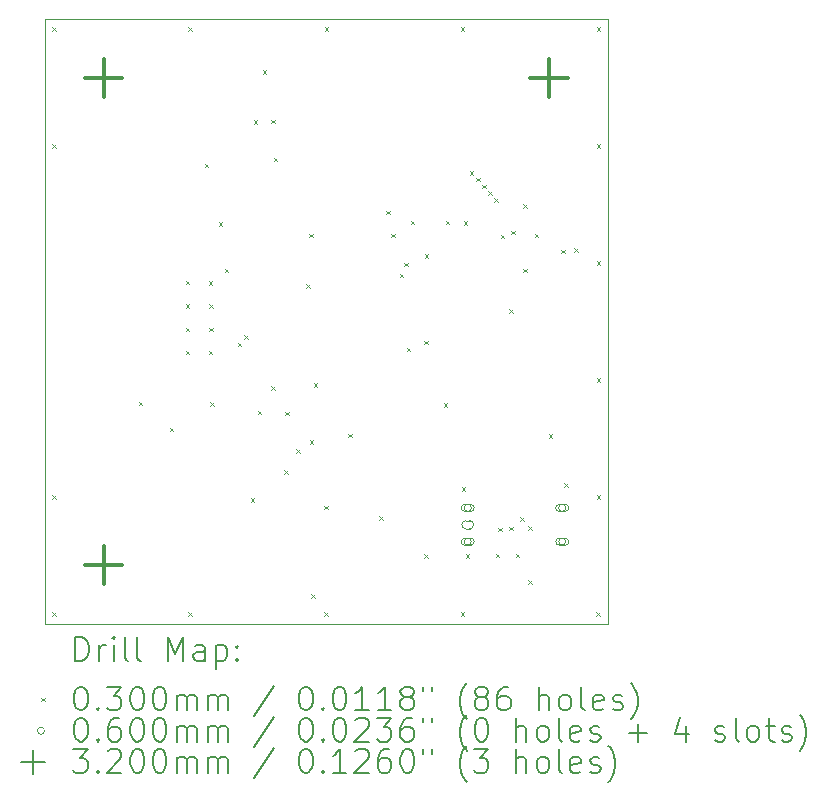
<source format=gbr>
%TF.GenerationSoftware,KiCad,Pcbnew,9.0.6*%
%TF.CreationDate,2025-12-10T11:17:10+01:00*%
%TF.ProjectId,CO2Monitor,434f324d-6f6e-4697-946f-722e6b696361,rev?*%
%TF.SameCoordinates,PX83b1de0PY8351ad0*%
%TF.FileFunction,Drillmap*%
%TF.FilePolarity,Positive*%
%FSLAX45Y45*%
G04 Gerber Fmt 4.5, Leading zero omitted, Abs format (unit mm)*
G04 Created by KiCad (PCBNEW 9.0.6) date 2025-12-10 11:17:10*
%MOMM*%
%LPD*%
G01*
G04 APERTURE LIST*
%ADD10C,0.050000*%
%ADD11C,0.010000*%
%ADD12C,0.200000*%
%ADD13C,0.100000*%
%ADD14C,0.320000*%
G04 APERTURE END LIST*
D10*
X0Y5116000D02*
X4766300Y5116000D01*
X4766300Y0D01*
X0Y0D01*
X0Y5116000D01*
D11*
X3565800Y873050D02*
X3595800Y873050D01*
X3595800Y802050D02*
X3565800Y802050D01*
X3530300Y837550D02*
G75*
G02*
X3565800Y873050I35500J0D01*
G01*
X3565800Y802050D02*
G75*
G02*
X3530300Y837550I0J35500D01*
G01*
X3595800Y873050D02*
G75*
G02*
X3631300Y837550I0J-35500D01*
G01*
X3631300Y837550D02*
G75*
G02*
X3595800Y802050I-35500J0D01*
G01*
D12*
D13*
X65000Y5051000D02*
X95000Y5021000D01*
X95000Y5051000D02*
X65000Y5021000D01*
X65000Y95000D02*
X95000Y65000D01*
X95000Y95000D02*
X65000Y65000D01*
X65100Y4059000D02*
X95100Y4029000D01*
X95100Y4059000D02*
X65100Y4029000D01*
X65100Y1085400D02*
X95100Y1055400D01*
X95100Y1085400D02*
X65100Y1055400D01*
X795900Y1878600D02*
X825900Y1848600D01*
X825900Y1878600D02*
X795900Y1848600D01*
X1056800Y1659800D02*
X1086800Y1629800D01*
X1086800Y1659800D02*
X1056800Y1629800D01*
X1192300Y2504800D02*
X1222300Y2474800D01*
X1222300Y2504800D02*
X1192300Y2474800D01*
X1192700Y2311800D02*
X1222700Y2281800D01*
X1222700Y2311800D02*
X1192700Y2281800D01*
X1193300Y2903200D02*
X1223300Y2873200D01*
X1223300Y2903200D02*
X1193300Y2873200D01*
X1193300Y2702900D02*
X1223300Y2672900D01*
X1223300Y2702900D02*
X1193300Y2672900D01*
X1216275Y95200D02*
X1246275Y65200D01*
X1246275Y95200D02*
X1216275Y65200D01*
X1216575Y5051000D02*
X1246575Y5021000D01*
X1246575Y5051000D02*
X1216575Y5021000D01*
X1354800Y3894800D02*
X1384800Y3864800D01*
X1384800Y3894800D02*
X1354800Y3864800D01*
X1388900Y2900900D02*
X1418900Y2870900D01*
X1418900Y2900900D02*
X1388900Y2870900D01*
X1389100Y2311800D02*
X1419100Y2281800D01*
X1419100Y2311800D02*
X1389100Y2281800D01*
X1389900Y2703500D02*
X1419900Y2673500D01*
X1419900Y2703500D02*
X1389900Y2673500D01*
X1390600Y2505200D02*
X1420600Y2475200D01*
X1420600Y2505200D02*
X1390600Y2475200D01*
X1399800Y1872800D02*
X1429800Y1842800D01*
X1429800Y1872800D02*
X1399800Y1842800D01*
X1474141Y3398959D02*
X1504141Y3368959D01*
X1504141Y3398959D02*
X1474141Y3368959D01*
X1524000Y3004800D02*
X1554000Y2974800D01*
X1554000Y3004800D02*
X1524000Y2974800D01*
X1632200Y2378800D02*
X1662200Y2348800D01*
X1662200Y2378800D02*
X1632200Y2348800D01*
X1690000Y2442700D02*
X1720000Y2412700D01*
X1720000Y2442700D02*
X1690000Y2412700D01*
X1744800Y1059800D02*
X1774800Y1029800D01*
X1774800Y1059800D02*
X1744800Y1029800D01*
X1769800Y4262300D02*
X1799800Y4232300D01*
X1799800Y4262300D02*
X1769800Y4232300D01*
X1803300Y1803300D02*
X1833300Y1773300D01*
X1833300Y1803300D02*
X1803300Y1773300D01*
X1844800Y4685800D02*
X1874800Y4655800D01*
X1874800Y4685800D02*
X1844800Y4655800D01*
X1916800Y2009800D02*
X1946800Y1979800D01*
X1946800Y2009800D02*
X1916800Y1979800D01*
X1917600Y4264900D02*
X1947600Y4234900D01*
X1947600Y4264900D02*
X1917600Y4234900D01*
X1938800Y3943800D02*
X1968800Y3913800D01*
X1968800Y3943800D02*
X1938800Y3913800D01*
X2027800Y1300400D02*
X2057800Y1270400D01*
X2057800Y1300400D02*
X2027800Y1270400D01*
X2033800Y1793800D02*
X2063800Y1763800D01*
X2063800Y1793800D02*
X2033800Y1763800D01*
X2128800Y1477800D02*
X2158800Y1447800D01*
X2158800Y1477800D02*
X2128800Y1447800D01*
X2212800Y2875800D02*
X2242800Y2845800D01*
X2242800Y2875800D02*
X2212800Y2845800D01*
X2239800Y3299800D02*
X2269800Y3269800D01*
X2269800Y3299800D02*
X2239800Y3269800D01*
X2244800Y1552800D02*
X2274800Y1522800D01*
X2274800Y1552800D02*
X2244800Y1522800D01*
X2256800Y249800D02*
X2286800Y219800D01*
X2286800Y249800D02*
X2256800Y219800D01*
X2276800Y2036800D02*
X2306800Y2006800D01*
X2306800Y2036800D02*
X2276800Y2006800D01*
X2363800Y996800D02*
X2393800Y966800D01*
X2393800Y996800D02*
X2363800Y966800D01*
X2367900Y95000D02*
X2397900Y65000D01*
X2397900Y95000D02*
X2367900Y65000D01*
X2368150Y5051000D02*
X2398150Y5021000D01*
X2398150Y5051000D02*
X2368150Y5021000D01*
X2569300Y1608300D02*
X2599300Y1578300D01*
X2599300Y1608300D02*
X2569300Y1578300D01*
X2832800Y911800D02*
X2862800Y881800D01*
X2862800Y911800D02*
X2832800Y881800D01*
X2889800Y3496800D02*
X2919800Y3466800D01*
X2919800Y3496800D02*
X2889800Y3466800D01*
X2932200Y3302650D02*
X2962200Y3272650D01*
X2962200Y3302650D02*
X2932200Y3272650D01*
X3004050Y2963300D02*
X3034050Y2933300D01*
X3034050Y2963300D02*
X3004050Y2933300D01*
X3044900Y3057800D02*
X3074900Y3027800D01*
X3074900Y3057800D02*
X3044900Y3027800D01*
X3063300Y2334800D02*
X3093300Y2304800D01*
X3093300Y2334800D02*
X3063300Y2304800D01*
X3098900Y3410500D02*
X3128900Y3380500D01*
X3128900Y3410500D02*
X3098900Y3380500D01*
X3211800Y587800D02*
X3241800Y557800D01*
X3241800Y587800D02*
X3211800Y557800D01*
X3212100Y2396900D02*
X3242100Y2366900D01*
X3242100Y2396900D02*
X3212100Y2366900D01*
X3217100Y3127390D02*
X3247100Y3097390D01*
X3247100Y3127390D02*
X3217100Y3097390D01*
X3378800Y1864800D02*
X3408800Y1834800D01*
X3408800Y1864800D02*
X3378800Y1834800D01*
X3394200Y3411400D02*
X3424200Y3381400D01*
X3424200Y3411400D02*
X3394200Y3381400D01*
X3519725Y5051000D02*
X3549725Y5021000D01*
X3549725Y5051000D02*
X3519725Y5021000D01*
X3520100Y95000D02*
X3550100Y65000D01*
X3550100Y95000D02*
X3520100Y65000D01*
X3529800Y1153800D02*
X3559800Y1123800D01*
X3559800Y1153800D02*
X3529800Y1123800D01*
X3545000Y3408500D02*
X3575000Y3378500D01*
X3575000Y3408500D02*
X3545000Y3378500D01*
X3564800Y588800D02*
X3594800Y558800D01*
X3594800Y588800D02*
X3564800Y558800D01*
X3597234Y3832800D02*
X3627234Y3802800D01*
X3627234Y3832800D02*
X3597234Y3802800D01*
X3654906Y3775300D02*
X3684906Y3745300D01*
X3684906Y3775300D02*
X3654906Y3745300D01*
X3703952Y3717800D02*
X3733952Y3687800D01*
X3733952Y3717800D02*
X3703952Y3687800D01*
X3754528Y3660300D02*
X3784528Y3630300D01*
X3784528Y3660300D02*
X3754528Y3630300D01*
X3804800Y3602800D02*
X3834800Y3572800D01*
X3834800Y3602800D02*
X3804800Y3572800D01*
X3818069Y592931D02*
X3848069Y562931D01*
X3848069Y592931D02*
X3818069Y562931D01*
X3840800Y811800D02*
X3870800Y781800D01*
X3870800Y811800D02*
X3840800Y781800D01*
X3861550Y3292812D02*
X3891550Y3262812D01*
X3891550Y3292812D02*
X3861550Y3262812D01*
X3930141Y821891D02*
X3960141Y791891D01*
X3960141Y821891D02*
X3930141Y791891D01*
X3933300Y2661300D02*
X3963300Y2631300D01*
X3963300Y2661300D02*
X3933300Y2631300D01*
X3947800Y3325800D02*
X3977800Y3295800D01*
X3977800Y3325800D02*
X3947800Y3295800D01*
X3986028Y592550D02*
X4016028Y562550D01*
X4016028Y592550D02*
X3986028Y562550D01*
X4025800Y898900D02*
X4055800Y868900D01*
X4055800Y898900D02*
X4025800Y868900D01*
X4049600Y3005500D02*
X4079600Y2975500D01*
X4079600Y3005500D02*
X4049600Y2975500D01*
X4052800Y3550800D02*
X4082800Y3520800D01*
X4082800Y3550800D02*
X4052800Y3520800D01*
X4090800Y822800D02*
X4120800Y792800D01*
X4120800Y822800D02*
X4090800Y792800D01*
X4093800Y367800D02*
X4123800Y337800D01*
X4123800Y367800D02*
X4093800Y337800D01*
X4146300Y3303100D02*
X4176300Y3273100D01*
X4176300Y3303100D02*
X4146300Y3273100D01*
X4265800Y1602800D02*
X4295800Y1572800D01*
X4295800Y1602800D02*
X4265800Y1572800D01*
X4371900Y3165800D02*
X4401900Y3135800D01*
X4401900Y3165800D02*
X4371900Y3135800D01*
X4395800Y1187800D02*
X4425800Y1157800D01*
X4425800Y1187800D02*
X4395800Y1157800D01*
X4483800Y3176800D02*
X4513800Y3146800D01*
X4513800Y3176800D02*
X4483800Y3146800D01*
X4669600Y95800D02*
X4699600Y65800D01*
X4699600Y95800D02*
X4669600Y65800D01*
X4671100Y4059175D02*
X4701100Y4029175D01*
X4701100Y4059175D02*
X4671100Y4029175D01*
X4671100Y3067975D02*
X4701100Y3037975D01*
X4701100Y3067975D02*
X4671100Y3037975D01*
X4671100Y2076775D02*
X4701100Y2046775D01*
X4701100Y2076775D02*
X4671100Y2046775D01*
X4671100Y1085575D02*
X4701100Y1055575D01*
X4701100Y1085575D02*
X4671100Y1055575D01*
X4671300Y5051000D02*
X4701300Y5021000D01*
X4701300Y5051000D02*
X4671300Y5021000D01*
X3610800Y980550D02*
G75*
G02*
X3550800Y980550I-30000J0D01*
G01*
X3550800Y980550D02*
G75*
G02*
X3610800Y980550I30000J0D01*
G01*
X3605800Y1010550D02*
X3555800Y1010550D01*
X3555800Y950550D02*
G75*
G02*
X3555800Y1010550I0J30000D01*
G01*
X3555800Y950550D02*
X3605800Y950550D01*
X3605800Y950550D02*
G75*
G03*
X3605800Y1010550I0J30000D01*
G01*
X3610800Y694550D02*
G75*
G02*
X3550800Y694550I-30000J0D01*
G01*
X3550800Y694550D02*
G75*
G02*
X3610800Y694550I30000J0D01*
G01*
X3605800Y724550D02*
X3555800Y724550D01*
X3555800Y664550D02*
G75*
G02*
X3555800Y724550I0J30000D01*
G01*
X3555800Y664550D02*
X3605800Y664550D01*
X3605800Y664550D02*
G75*
G03*
X3605800Y724550I0J30000D01*
G01*
X4410800Y980550D02*
G75*
G02*
X4350800Y980550I-30000J0D01*
G01*
X4350800Y980550D02*
G75*
G02*
X4410800Y980550I30000J0D01*
G01*
X4405800Y1010550D02*
X4355800Y1010550D01*
X4355800Y950550D02*
G75*
G02*
X4355800Y1010550I0J30000D01*
G01*
X4355800Y950550D02*
X4405800Y950550D01*
X4405800Y950550D02*
G75*
G03*
X4405800Y1010550I0J30000D01*
G01*
X4410800Y694550D02*
G75*
G02*
X4350800Y694550I-30000J0D01*
G01*
X4350800Y694550D02*
G75*
G02*
X4410800Y694550I30000J0D01*
G01*
X4405800Y724550D02*
X4355800Y724550D01*
X4355800Y664550D02*
G75*
G02*
X4355800Y724550I0J30000D01*
G01*
X4355800Y664550D02*
X4405800Y664550D01*
X4405800Y664550D02*
G75*
G03*
X4405800Y724550I0J30000D01*
G01*
D14*
X497500Y4778500D02*
X497500Y4458500D01*
X337500Y4618500D02*
X657500Y4618500D01*
X497500Y657500D02*
X497500Y337500D01*
X337500Y497500D02*
X657500Y497500D01*
X4268800Y4778500D02*
X4268800Y4458500D01*
X4108800Y4618500D02*
X4428800Y4618500D01*
D12*
X258277Y-313984D02*
X258277Y-113984D01*
X258277Y-113984D02*
X305896Y-113984D01*
X305896Y-113984D02*
X334467Y-123508D01*
X334467Y-123508D02*
X353515Y-142555D01*
X353515Y-142555D02*
X363039Y-161603D01*
X363039Y-161603D02*
X372562Y-199698D01*
X372562Y-199698D02*
X372562Y-228269D01*
X372562Y-228269D02*
X363039Y-266365D01*
X363039Y-266365D02*
X353515Y-285412D01*
X353515Y-285412D02*
X334467Y-304460D01*
X334467Y-304460D02*
X305896Y-313984D01*
X305896Y-313984D02*
X258277Y-313984D01*
X458277Y-313984D02*
X458277Y-180650D01*
X458277Y-218746D02*
X467801Y-199698D01*
X467801Y-199698D02*
X477324Y-190174D01*
X477324Y-190174D02*
X496372Y-180650D01*
X496372Y-180650D02*
X515420Y-180650D01*
X582086Y-313984D02*
X582086Y-180650D01*
X582086Y-113984D02*
X572563Y-123508D01*
X572563Y-123508D02*
X582086Y-133031D01*
X582086Y-133031D02*
X591610Y-123508D01*
X591610Y-123508D02*
X582086Y-113984D01*
X582086Y-113984D02*
X582086Y-133031D01*
X705896Y-313984D02*
X686848Y-304460D01*
X686848Y-304460D02*
X677324Y-285412D01*
X677324Y-285412D02*
X677324Y-113984D01*
X810658Y-313984D02*
X791610Y-304460D01*
X791610Y-304460D02*
X782086Y-285412D01*
X782086Y-285412D02*
X782086Y-113984D01*
X1039229Y-313984D02*
X1039229Y-113984D01*
X1039229Y-113984D02*
X1105896Y-256841D01*
X1105896Y-256841D02*
X1172563Y-113984D01*
X1172563Y-113984D02*
X1172563Y-313984D01*
X1353515Y-313984D02*
X1353515Y-209222D01*
X1353515Y-209222D02*
X1343991Y-190174D01*
X1343991Y-190174D02*
X1324944Y-180650D01*
X1324944Y-180650D02*
X1286848Y-180650D01*
X1286848Y-180650D02*
X1267801Y-190174D01*
X1353515Y-304460D02*
X1334467Y-313984D01*
X1334467Y-313984D02*
X1286848Y-313984D01*
X1286848Y-313984D02*
X1267801Y-304460D01*
X1267801Y-304460D02*
X1258277Y-285412D01*
X1258277Y-285412D02*
X1258277Y-266365D01*
X1258277Y-266365D02*
X1267801Y-247317D01*
X1267801Y-247317D02*
X1286848Y-237793D01*
X1286848Y-237793D02*
X1334467Y-237793D01*
X1334467Y-237793D02*
X1353515Y-228269D01*
X1448753Y-180650D02*
X1448753Y-380650D01*
X1448753Y-190174D02*
X1467801Y-180650D01*
X1467801Y-180650D02*
X1505896Y-180650D01*
X1505896Y-180650D02*
X1524943Y-190174D01*
X1524943Y-190174D02*
X1534467Y-199698D01*
X1534467Y-199698D02*
X1543991Y-218746D01*
X1543991Y-218746D02*
X1543991Y-275889D01*
X1543991Y-275889D02*
X1534467Y-294936D01*
X1534467Y-294936D02*
X1524943Y-304460D01*
X1524943Y-304460D02*
X1505896Y-313984D01*
X1505896Y-313984D02*
X1467801Y-313984D01*
X1467801Y-313984D02*
X1448753Y-304460D01*
X1629705Y-294936D02*
X1639229Y-304460D01*
X1639229Y-304460D02*
X1629705Y-313984D01*
X1629705Y-313984D02*
X1620182Y-304460D01*
X1620182Y-304460D02*
X1629705Y-294936D01*
X1629705Y-294936D02*
X1629705Y-313984D01*
X1629705Y-190174D02*
X1639229Y-199698D01*
X1639229Y-199698D02*
X1629705Y-209222D01*
X1629705Y-209222D02*
X1620182Y-199698D01*
X1620182Y-199698D02*
X1629705Y-190174D01*
X1629705Y-190174D02*
X1629705Y-209222D01*
D13*
X-32500Y-627500D02*
X-2500Y-657500D01*
X-2500Y-627500D02*
X-32500Y-657500D01*
D12*
X296372Y-533984D02*
X315420Y-533984D01*
X315420Y-533984D02*
X334467Y-543508D01*
X334467Y-543508D02*
X343991Y-553031D01*
X343991Y-553031D02*
X353515Y-572079D01*
X353515Y-572079D02*
X363039Y-610174D01*
X363039Y-610174D02*
X363039Y-657793D01*
X363039Y-657793D02*
X353515Y-695889D01*
X353515Y-695889D02*
X343991Y-714936D01*
X343991Y-714936D02*
X334467Y-724460D01*
X334467Y-724460D02*
X315420Y-733984D01*
X315420Y-733984D02*
X296372Y-733984D01*
X296372Y-733984D02*
X277324Y-724460D01*
X277324Y-724460D02*
X267801Y-714936D01*
X267801Y-714936D02*
X258277Y-695889D01*
X258277Y-695889D02*
X248753Y-657793D01*
X248753Y-657793D02*
X248753Y-610174D01*
X248753Y-610174D02*
X258277Y-572079D01*
X258277Y-572079D02*
X267801Y-553031D01*
X267801Y-553031D02*
X277324Y-543508D01*
X277324Y-543508D02*
X296372Y-533984D01*
X448753Y-714936D02*
X458277Y-724460D01*
X458277Y-724460D02*
X448753Y-733984D01*
X448753Y-733984D02*
X439229Y-724460D01*
X439229Y-724460D02*
X448753Y-714936D01*
X448753Y-714936D02*
X448753Y-733984D01*
X524944Y-533984D02*
X648753Y-533984D01*
X648753Y-533984D02*
X582086Y-610174D01*
X582086Y-610174D02*
X610658Y-610174D01*
X610658Y-610174D02*
X629705Y-619698D01*
X629705Y-619698D02*
X639229Y-629222D01*
X639229Y-629222D02*
X648753Y-648270D01*
X648753Y-648270D02*
X648753Y-695889D01*
X648753Y-695889D02*
X639229Y-714936D01*
X639229Y-714936D02*
X629705Y-724460D01*
X629705Y-724460D02*
X610658Y-733984D01*
X610658Y-733984D02*
X553515Y-733984D01*
X553515Y-733984D02*
X534467Y-724460D01*
X534467Y-724460D02*
X524944Y-714936D01*
X772562Y-533984D02*
X791610Y-533984D01*
X791610Y-533984D02*
X810658Y-543508D01*
X810658Y-543508D02*
X820182Y-553031D01*
X820182Y-553031D02*
X829705Y-572079D01*
X829705Y-572079D02*
X839229Y-610174D01*
X839229Y-610174D02*
X839229Y-657793D01*
X839229Y-657793D02*
X829705Y-695889D01*
X829705Y-695889D02*
X820182Y-714936D01*
X820182Y-714936D02*
X810658Y-724460D01*
X810658Y-724460D02*
X791610Y-733984D01*
X791610Y-733984D02*
X772562Y-733984D01*
X772562Y-733984D02*
X753515Y-724460D01*
X753515Y-724460D02*
X743991Y-714936D01*
X743991Y-714936D02*
X734467Y-695889D01*
X734467Y-695889D02*
X724943Y-657793D01*
X724943Y-657793D02*
X724943Y-610174D01*
X724943Y-610174D02*
X734467Y-572079D01*
X734467Y-572079D02*
X743991Y-553031D01*
X743991Y-553031D02*
X753515Y-543508D01*
X753515Y-543508D02*
X772562Y-533984D01*
X963039Y-533984D02*
X982086Y-533984D01*
X982086Y-533984D02*
X1001134Y-543508D01*
X1001134Y-543508D02*
X1010658Y-553031D01*
X1010658Y-553031D02*
X1020182Y-572079D01*
X1020182Y-572079D02*
X1029705Y-610174D01*
X1029705Y-610174D02*
X1029705Y-657793D01*
X1029705Y-657793D02*
X1020182Y-695889D01*
X1020182Y-695889D02*
X1010658Y-714936D01*
X1010658Y-714936D02*
X1001134Y-724460D01*
X1001134Y-724460D02*
X982086Y-733984D01*
X982086Y-733984D02*
X963039Y-733984D01*
X963039Y-733984D02*
X943991Y-724460D01*
X943991Y-724460D02*
X934467Y-714936D01*
X934467Y-714936D02*
X924943Y-695889D01*
X924943Y-695889D02*
X915420Y-657793D01*
X915420Y-657793D02*
X915420Y-610174D01*
X915420Y-610174D02*
X924943Y-572079D01*
X924943Y-572079D02*
X934467Y-553031D01*
X934467Y-553031D02*
X943991Y-543508D01*
X943991Y-543508D02*
X963039Y-533984D01*
X1115420Y-733984D02*
X1115420Y-600650D01*
X1115420Y-619698D02*
X1124944Y-610174D01*
X1124944Y-610174D02*
X1143991Y-600650D01*
X1143991Y-600650D02*
X1172563Y-600650D01*
X1172563Y-600650D02*
X1191610Y-610174D01*
X1191610Y-610174D02*
X1201134Y-629222D01*
X1201134Y-629222D02*
X1201134Y-733984D01*
X1201134Y-629222D02*
X1210658Y-610174D01*
X1210658Y-610174D02*
X1229705Y-600650D01*
X1229705Y-600650D02*
X1258277Y-600650D01*
X1258277Y-600650D02*
X1277325Y-610174D01*
X1277325Y-610174D02*
X1286848Y-629222D01*
X1286848Y-629222D02*
X1286848Y-733984D01*
X1382086Y-733984D02*
X1382086Y-600650D01*
X1382086Y-619698D02*
X1391610Y-610174D01*
X1391610Y-610174D02*
X1410658Y-600650D01*
X1410658Y-600650D02*
X1439229Y-600650D01*
X1439229Y-600650D02*
X1458277Y-610174D01*
X1458277Y-610174D02*
X1467801Y-629222D01*
X1467801Y-629222D02*
X1467801Y-733984D01*
X1467801Y-629222D02*
X1477324Y-610174D01*
X1477324Y-610174D02*
X1496372Y-600650D01*
X1496372Y-600650D02*
X1524943Y-600650D01*
X1524943Y-600650D02*
X1543991Y-610174D01*
X1543991Y-610174D02*
X1553515Y-629222D01*
X1553515Y-629222D02*
X1553515Y-733984D01*
X1943991Y-524460D02*
X1772563Y-781603D01*
X2201134Y-533984D02*
X2220182Y-533984D01*
X2220182Y-533984D02*
X2239229Y-543508D01*
X2239229Y-543508D02*
X2248753Y-553031D01*
X2248753Y-553031D02*
X2258277Y-572079D01*
X2258277Y-572079D02*
X2267801Y-610174D01*
X2267801Y-610174D02*
X2267801Y-657793D01*
X2267801Y-657793D02*
X2258277Y-695889D01*
X2258277Y-695889D02*
X2248753Y-714936D01*
X2248753Y-714936D02*
X2239229Y-724460D01*
X2239229Y-724460D02*
X2220182Y-733984D01*
X2220182Y-733984D02*
X2201134Y-733984D01*
X2201134Y-733984D02*
X2182087Y-724460D01*
X2182087Y-724460D02*
X2172563Y-714936D01*
X2172563Y-714936D02*
X2163039Y-695889D01*
X2163039Y-695889D02*
X2153515Y-657793D01*
X2153515Y-657793D02*
X2153515Y-610174D01*
X2153515Y-610174D02*
X2163039Y-572079D01*
X2163039Y-572079D02*
X2172563Y-553031D01*
X2172563Y-553031D02*
X2182087Y-543508D01*
X2182087Y-543508D02*
X2201134Y-533984D01*
X2353515Y-714936D02*
X2363039Y-724460D01*
X2363039Y-724460D02*
X2353515Y-733984D01*
X2353515Y-733984D02*
X2343991Y-724460D01*
X2343991Y-724460D02*
X2353515Y-714936D01*
X2353515Y-714936D02*
X2353515Y-733984D01*
X2486848Y-533984D02*
X2505896Y-533984D01*
X2505896Y-533984D02*
X2524944Y-543508D01*
X2524944Y-543508D02*
X2534468Y-553031D01*
X2534468Y-553031D02*
X2543991Y-572079D01*
X2543991Y-572079D02*
X2553515Y-610174D01*
X2553515Y-610174D02*
X2553515Y-657793D01*
X2553515Y-657793D02*
X2543991Y-695889D01*
X2543991Y-695889D02*
X2534468Y-714936D01*
X2534468Y-714936D02*
X2524944Y-724460D01*
X2524944Y-724460D02*
X2505896Y-733984D01*
X2505896Y-733984D02*
X2486848Y-733984D01*
X2486848Y-733984D02*
X2467801Y-724460D01*
X2467801Y-724460D02*
X2458277Y-714936D01*
X2458277Y-714936D02*
X2448753Y-695889D01*
X2448753Y-695889D02*
X2439229Y-657793D01*
X2439229Y-657793D02*
X2439229Y-610174D01*
X2439229Y-610174D02*
X2448753Y-572079D01*
X2448753Y-572079D02*
X2458277Y-553031D01*
X2458277Y-553031D02*
X2467801Y-543508D01*
X2467801Y-543508D02*
X2486848Y-533984D01*
X2743991Y-733984D02*
X2629706Y-733984D01*
X2686848Y-733984D02*
X2686848Y-533984D01*
X2686848Y-533984D02*
X2667801Y-562555D01*
X2667801Y-562555D02*
X2648753Y-581603D01*
X2648753Y-581603D02*
X2629706Y-591127D01*
X2934467Y-733984D02*
X2820182Y-733984D01*
X2877325Y-733984D02*
X2877325Y-533984D01*
X2877325Y-533984D02*
X2858277Y-562555D01*
X2858277Y-562555D02*
X2839229Y-581603D01*
X2839229Y-581603D02*
X2820182Y-591127D01*
X3048753Y-619698D02*
X3029706Y-610174D01*
X3029706Y-610174D02*
X3020182Y-600650D01*
X3020182Y-600650D02*
X3010658Y-581603D01*
X3010658Y-581603D02*
X3010658Y-572079D01*
X3010658Y-572079D02*
X3020182Y-553031D01*
X3020182Y-553031D02*
X3029706Y-543508D01*
X3029706Y-543508D02*
X3048753Y-533984D01*
X3048753Y-533984D02*
X3086848Y-533984D01*
X3086848Y-533984D02*
X3105896Y-543508D01*
X3105896Y-543508D02*
X3115420Y-553031D01*
X3115420Y-553031D02*
X3124944Y-572079D01*
X3124944Y-572079D02*
X3124944Y-581603D01*
X3124944Y-581603D02*
X3115420Y-600650D01*
X3115420Y-600650D02*
X3105896Y-610174D01*
X3105896Y-610174D02*
X3086848Y-619698D01*
X3086848Y-619698D02*
X3048753Y-619698D01*
X3048753Y-619698D02*
X3029706Y-629222D01*
X3029706Y-629222D02*
X3020182Y-638746D01*
X3020182Y-638746D02*
X3010658Y-657793D01*
X3010658Y-657793D02*
X3010658Y-695889D01*
X3010658Y-695889D02*
X3020182Y-714936D01*
X3020182Y-714936D02*
X3029706Y-724460D01*
X3029706Y-724460D02*
X3048753Y-733984D01*
X3048753Y-733984D02*
X3086848Y-733984D01*
X3086848Y-733984D02*
X3105896Y-724460D01*
X3105896Y-724460D02*
X3115420Y-714936D01*
X3115420Y-714936D02*
X3124944Y-695889D01*
X3124944Y-695889D02*
X3124944Y-657793D01*
X3124944Y-657793D02*
X3115420Y-638746D01*
X3115420Y-638746D02*
X3105896Y-629222D01*
X3105896Y-629222D02*
X3086848Y-619698D01*
X3201134Y-533984D02*
X3201134Y-572079D01*
X3277325Y-533984D02*
X3277325Y-572079D01*
X3572563Y-810174D02*
X3563039Y-800650D01*
X3563039Y-800650D02*
X3543991Y-772079D01*
X3543991Y-772079D02*
X3534468Y-753031D01*
X3534468Y-753031D02*
X3524944Y-724460D01*
X3524944Y-724460D02*
X3515420Y-676841D01*
X3515420Y-676841D02*
X3515420Y-638746D01*
X3515420Y-638746D02*
X3524944Y-591127D01*
X3524944Y-591127D02*
X3534468Y-562555D01*
X3534468Y-562555D02*
X3543991Y-543508D01*
X3543991Y-543508D02*
X3563039Y-514936D01*
X3563039Y-514936D02*
X3572563Y-505412D01*
X3677325Y-619698D02*
X3658277Y-610174D01*
X3658277Y-610174D02*
X3648753Y-600650D01*
X3648753Y-600650D02*
X3639229Y-581603D01*
X3639229Y-581603D02*
X3639229Y-572079D01*
X3639229Y-572079D02*
X3648753Y-553031D01*
X3648753Y-553031D02*
X3658277Y-543508D01*
X3658277Y-543508D02*
X3677325Y-533984D01*
X3677325Y-533984D02*
X3715420Y-533984D01*
X3715420Y-533984D02*
X3734468Y-543508D01*
X3734468Y-543508D02*
X3743991Y-553031D01*
X3743991Y-553031D02*
X3753515Y-572079D01*
X3753515Y-572079D02*
X3753515Y-581603D01*
X3753515Y-581603D02*
X3743991Y-600650D01*
X3743991Y-600650D02*
X3734468Y-610174D01*
X3734468Y-610174D02*
X3715420Y-619698D01*
X3715420Y-619698D02*
X3677325Y-619698D01*
X3677325Y-619698D02*
X3658277Y-629222D01*
X3658277Y-629222D02*
X3648753Y-638746D01*
X3648753Y-638746D02*
X3639229Y-657793D01*
X3639229Y-657793D02*
X3639229Y-695889D01*
X3639229Y-695889D02*
X3648753Y-714936D01*
X3648753Y-714936D02*
X3658277Y-724460D01*
X3658277Y-724460D02*
X3677325Y-733984D01*
X3677325Y-733984D02*
X3715420Y-733984D01*
X3715420Y-733984D02*
X3734468Y-724460D01*
X3734468Y-724460D02*
X3743991Y-714936D01*
X3743991Y-714936D02*
X3753515Y-695889D01*
X3753515Y-695889D02*
X3753515Y-657793D01*
X3753515Y-657793D02*
X3743991Y-638746D01*
X3743991Y-638746D02*
X3734468Y-629222D01*
X3734468Y-629222D02*
X3715420Y-619698D01*
X3924944Y-533984D02*
X3886848Y-533984D01*
X3886848Y-533984D02*
X3867801Y-543508D01*
X3867801Y-543508D02*
X3858277Y-553031D01*
X3858277Y-553031D02*
X3839229Y-581603D01*
X3839229Y-581603D02*
X3829706Y-619698D01*
X3829706Y-619698D02*
X3829706Y-695889D01*
X3829706Y-695889D02*
X3839229Y-714936D01*
X3839229Y-714936D02*
X3848753Y-724460D01*
X3848753Y-724460D02*
X3867801Y-733984D01*
X3867801Y-733984D02*
X3905896Y-733984D01*
X3905896Y-733984D02*
X3924944Y-724460D01*
X3924944Y-724460D02*
X3934468Y-714936D01*
X3934468Y-714936D02*
X3943991Y-695889D01*
X3943991Y-695889D02*
X3943991Y-648270D01*
X3943991Y-648270D02*
X3934468Y-629222D01*
X3934468Y-629222D02*
X3924944Y-619698D01*
X3924944Y-619698D02*
X3905896Y-610174D01*
X3905896Y-610174D02*
X3867801Y-610174D01*
X3867801Y-610174D02*
X3848753Y-619698D01*
X3848753Y-619698D02*
X3839229Y-629222D01*
X3839229Y-629222D02*
X3829706Y-648270D01*
X4182087Y-733984D02*
X4182087Y-533984D01*
X4267801Y-733984D02*
X4267801Y-629222D01*
X4267801Y-629222D02*
X4258277Y-610174D01*
X4258277Y-610174D02*
X4239230Y-600650D01*
X4239230Y-600650D02*
X4210658Y-600650D01*
X4210658Y-600650D02*
X4191610Y-610174D01*
X4191610Y-610174D02*
X4182087Y-619698D01*
X4391611Y-733984D02*
X4372563Y-724460D01*
X4372563Y-724460D02*
X4363039Y-714936D01*
X4363039Y-714936D02*
X4353515Y-695889D01*
X4353515Y-695889D02*
X4353515Y-638746D01*
X4353515Y-638746D02*
X4363039Y-619698D01*
X4363039Y-619698D02*
X4372563Y-610174D01*
X4372563Y-610174D02*
X4391611Y-600650D01*
X4391611Y-600650D02*
X4420182Y-600650D01*
X4420182Y-600650D02*
X4439230Y-610174D01*
X4439230Y-610174D02*
X4448753Y-619698D01*
X4448753Y-619698D02*
X4458277Y-638746D01*
X4458277Y-638746D02*
X4458277Y-695889D01*
X4458277Y-695889D02*
X4448753Y-714936D01*
X4448753Y-714936D02*
X4439230Y-724460D01*
X4439230Y-724460D02*
X4420182Y-733984D01*
X4420182Y-733984D02*
X4391611Y-733984D01*
X4572563Y-733984D02*
X4553515Y-724460D01*
X4553515Y-724460D02*
X4543992Y-705412D01*
X4543992Y-705412D02*
X4543992Y-533984D01*
X4724944Y-724460D02*
X4705896Y-733984D01*
X4705896Y-733984D02*
X4667801Y-733984D01*
X4667801Y-733984D02*
X4648753Y-724460D01*
X4648753Y-724460D02*
X4639230Y-705412D01*
X4639230Y-705412D02*
X4639230Y-629222D01*
X4639230Y-629222D02*
X4648753Y-610174D01*
X4648753Y-610174D02*
X4667801Y-600650D01*
X4667801Y-600650D02*
X4705896Y-600650D01*
X4705896Y-600650D02*
X4724944Y-610174D01*
X4724944Y-610174D02*
X4734468Y-629222D01*
X4734468Y-629222D02*
X4734468Y-648270D01*
X4734468Y-648270D02*
X4639230Y-667317D01*
X4810658Y-724460D02*
X4829706Y-733984D01*
X4829706Y-733984D02*
X4867801Y-733984D01*
X4867801Y-733984D02*
X4886849Y-724460D01*
X4886849Y-724460D02*
X4896373Y-705412D01*
X4896373Y-705412D02*
X4896373Y-695889D01*
X4896373Y-695889D02*
X4886849Y-676841D01*
X4886849Y-676841D02*
X4867801Y-667317D01*
X4867801Y-667317D02*
X4839230Y-667317D01*
X4839230Y-667317D02*
X4820182Y-657793D01*
X4820182Y-657793D02*
X4810658Y-638746D01*
X4810658Y-638746D02*
X4810658Y-629222D01*
X4810658Y-629222D02*
X4820182Y-610174D01*
X4820182Y-610174D02*
X4839230Y-600650D01*
X4839230Y-600650D02*
X4867801Y-600650D01*
X4867801Y-600650D02*
X4886849Y-610174D01*
X4963039Y-810174D02*
X4972563Y-800650D01*
X4972563Y-800650D02*
X4991611Y-772079D01*
X4991611Y-772079D02*
X5001134Y-753031D01*
X5001134Y-753031D02*
X5010658Y-724460D01*
X5010658Y-724460D02*
X5020182Y-676841D01*
X5020182Y-676841D02*
X5020182Y-638746D01*
X5020182Y-638746D02*
X5010658Y-591127D01*
X5010658Y-591127D02*
X5001134Y-562555D01*
X5001134Y-562555D02*
X4991611Y-543508D01*
X4991611Y-543508D02*
X4972563Y-514936D01*
X4972563Y-514936D02*
X4963039Y-505412D01*
D13*
X-2500Y-906500D02*
G75*
G02*
X-62500Y-906500I-30000J0D01*
G01*
X-62500Y-906500D02*
G75*
G02*
X-2500Y-906500I30000J0D01*
G01*
D12*
X296372Y-797984D02*
X315420Y-797984D01*
X315420Y-797984D02*
X334467Y-807508D01*
X334467Y-807508D02*
X343991Y-817031D01*
X343991Y-817031D02*
X353515Y-836079D01*
X353515Y-836079D02*
X363039Y-874174D01*
X363039Y-874174D02*
X363039Y-921793D01*
X363039Y-921793D02*
X353515Y-959888D01*
X353515Y-959888D02*
X343991Y-978936D01*
X343991Y-978936D02*
X334467Y-988460D01*
X334467Y-988460D02*
X315420Y-997984D01*
X315420Y-997984D02*
X296372Y-997984D01*
X296372Y-997984D02*
X277324Y-988460D01*
X277324Y-988460D02*
X267801Y-978936D01*
X267801Y-978936D02*
X258277Y-959888D01*
X258277Y-959888D02*
X248753Y-921793D01*
X248753Y-921793D02*
X248753Y-874174D01*
X248753Y-874174D02*
X258277Y-836079D01*
X258277Y-836079D02*
X267801Y-817031D01*
X267801Y-817031D02*
X277324Y-807508D01*
X277324Y-807508D02*
X296372Y-797984D01*
X448753Y-978936D02*
X458277Y-988460D01*
X458277Y-988460D02*
X448753Y-997984D01*
X448753Y-997984D02*
X439229Y-988460D01*
X439229Y-988460D02*
X448753Y-978936D01*
X448753Y-978936D02*
X448753Y-997984D01*
X629705Y-797984D02*
X591610Y-797984D01*
X591610Y-797984D02*
X572563Y-807508D01*
X572563Y-807508D02*
X563039Y-817031D01*
X563039Y-817031D02*
X543991Y-845603D01*
X543991Y-845603D02*
X534467Y-883698D01*
X534467Y-883698D02*
X534467Y-959888D01*
X534467Y-959888D02*
X543991Y-978936D01*
X543991Y-978936D02*
X553515Y-988460D01*
X553515Y-988460D02*
X572563Y-997984D01*
X572563Y-997984D02*
X610658Y-997984D01*
X610658Y-997984D02*
X629705Y-988460D01*
X629705Y-988460D02*
X639229Y-978936D01*
X639229Y-978936D02*
X648753Y-959888D01*
X648753Y-959888D02*
X648753Y-912269D01*
X648753Y-912269D02*
X639229Y-893222D01*
X639229Y-893222D02*
X629705Y-883698D01*
X629705Y-883698D02*
X610658Y-874174D01*
X610658Y-874174D02*
X572563Y-874174D01*
X572563Y-874174D02*
X553515Y-883698D01*
X553515Y-883698D02*
X543991Y-893222D01*
X543991Y-893222D02*
X534467Y-912269D01*
X772562Y-797984D02*
X791610Y-797984D01*
X791610Y-797984D02*
X810658Y-807508D01*
X810658Y-807508D02*
X820182Y-817031D01*
X820182Y-817031D02*
X829705Y-836079D01*
X829705Y-836079D02*
X839229Y-874174D01*
X839229Y-874174D02*
X839229Y-921793D01*
X839229Y-921793D02*
X829705Y-959888D01*
X829705Y-959888D02*
X820182Y-978936D01*
X820182Y-978936D02*
X810658Y-988460D01*
X810658Y-988460D02*
X791610Y-997984D01*
X791610Y-997984D02*
X772562Y-997984D01*
X772562Y-997984D02*
X753515Y-988460D01*
X753515Y-988460D02*
X743991Y-978936D01*
X743991Y-978936D02*
X734467Y-959888D01*
X734467Y-959888D02*
X724943Y-921793D01*
X724943Y-921793D02*
X724943Y-874174D01*
X724943Y-874174D02*
X734467Y-836079D01*
X734467Y-836079D02*
X743991Y-817031D01*
X743991Y-817031D02*
X753515Y-807508D01*
X753515Y-807508D02*
X772562Y-797984D01*
X963039Y-797984D02*
X982086Y-797984D01*
X982086Y-797984D02*
X1001134Y-807508D01*
X1001134Y-807508D02*
X1010658Y-817031D01*
X1010658Y-817031D02*
X1020182Y-836079D01*
X1020182Y-836079D02*
X1029705Y-874174D01*
X1029705Y-874174D02*
X1029705Y-921793D01*
X1029705Y-921793D02*
X1020182Y-959888D01*
X1020182Y-959888D02*
X1010658Y-978936D01*
X1010658Y-978936D02*
X1001134Y-988460D01*
X1001134Y-988460D02*
X982086Y-997984D01*
X982086Y-997984D02*
X963039Y-997984D01*
X963039Y-997984D02*
X943991Y-988460D01*
X943991Y-988460D02*
X934467Y-978936D01*
X934467Y-978936D02*
X924943Y-959888D01*
X924943Y-959888D02*
X915420Y-921793D01*
X915420Y-921793D02*
X915420Y-874174D01*
X915420Y-874174D02*
X924943Y-836079D01*
X924943Y-836079D02*
X934467Y-817031D01*
X934467Y-817031D02*
X943991Y-807508D01*
X943991Y-807508D02*
X963039Y-797984D01*
X1115420Y-997984D02*
X1115420Y-864650D01*
X1115420Y-883698D02*
X1124944Y-874174D01*
X1124944Y-874174D02*
X1143991Y-864650D01*
X1143991Y-864650D02*
X1172563Y-864650D01*
X1172563Y-864650D02*
X1191610Y-874174D01*
X1191610Y-874174D02*
X1201134Y-893222D01*
X1201134Y-893222D02*
X1201134Y-997984D01*
X1201134Y-893222D02*
X1210658Y-874174D01*
X1210658Y-874174D02*
X1229705Y-864650D01*
X1229705Y-864650D02*
X1258277Y-864650D01*
X1258277Y-864650D02*
X1277325Y-874174D01*
X1277325Y-874174D02*
X1286848Y-893222D01*
X1286848Y-893222D02*
X1286848Y-997984D01*
X1382086Y-997984D02*
X1382086Y-864650D01*
X1382086Y-883698D02*
X1391610Y-874174D01*
X1391610Y-874174D02*
X1410658Y-864650D01*
X1410658Y-864650D02*
X1439229Y-864650D01*
X1439229Y-864650D02*
X1458277Y-874174D01*
X1458277Y-874174D02*
X1467801Y-893222D01*
X1467801Y-893222D02*
X1467801Y-997984D01*
X1467801Y-893222D02*
X1477324Y-874174D01*
X1477324Y-874174D02*
X1496372Y-864650D01*
X1496372Y-864650D02*
X1524943Y-864650D01*
X1524943Y-864650D02*
X1543991Y-874174D01*
X1543991Y-874174D02*
X1553515Y-893222D01*
X1553515Y-893222D02*
X1553515Y-997984D01*
X1943991Y-788460D02*
X1772563Y-1045603D01*
X2201134Y-797984D02*
X2220182Y-797984D01*
X2220182Y-797984D02*
X2239229Y-807508D01*
X2239229Y-807508D02*
X2248753Y-817031D01*
X2248753Y-817031D02*
X2258277Y-836079D01*
X2258277Y-836079D02*
X2267801Y-874174D01*
X2267801Y-874174D02*
X2267801Y-921793D01*
X2267801Y-921793D02*
X2258277Y-959888D01*
X2258277Y-959888D02*
X2248753Y-978936D01*
X2248753Y-978936D02*
X2239229Y-988460D01*
X2239229Y-988460D02*
X2220182Y-997984D01*
X2220182Y-997984D02*
X2201134Y-997984D01*
X2201134Y-997984D02*
X2182087Y-988460D01*
X2182087Y-988460D02*
X2172563Y-978936D01*
X2172563Y-978936D02*
X2163039Y-959888D01*
X2163039Y-959888D02*
X2153515Y-921793D01*
X2153515Y-921793D02*
X2153515Y-874174D01*
X2153515Y-874174D02*
X2163039Y-836079D01*
X2163039Y-836079D02*
X2172563Y-817031D01*
X2172563Y-817031D02*
X2182087Y-807508D01*
X2182087Y-807508D02*
X2201134Y-797984D01*
X2353515Y-978936D02*
X2363039Y-988460D01*
X2363039Y-988460D02*
X2353515Y-997984D01*
X2353515Y-997984D02*
X2343991Y-988460D01*
X2343991Y-988460D02*
X2353515Y-978936D01*
X2353515Y-978936D02*
X2353515Y-997984D01*
X2486848Y-797984D02*
X2505896Y-797984D01*
X2505896Y-797984D02*
X2524944Y-807508D01*
X2524944Y-807508D02*
X2534468Y-817031D01*
X2534468Y-817031D02*
X2543991Y-836079D01*
X2543991Y-836079D02*
X2553515Y-874174D01*
X2553515Y-874174D02*
X2553515Y-921793D01*
X2553515Y-921793D02*
X2543991Y-959888D01*
X2543991Y-959888D02*
X2534468Y-978936D01*
X2534468Y-978936D02*
X2524944Y-988460D01*
X2524944Y-988460D02*
X2505896Y-997984D01*
X2505896Y-997984D02*
X2486848Y-997984D01*
X2486848Y-997984D02*
X2467801Y-988460D01*
X2467801Y-988460D02*
X2458277Y-978936D01*
X2458277Y-978936D02*
X2448753Y-959888D01*
X2448753Y-959888D02*
X2439229Y-921793D01*
X2439229Y-921793D02*
X2439229Y-874174D01*
X2439229Y-874174D02*
X2448753Y-836079D01*
X2448753Y-836079D02*
X2458277Y-817031D01*
X2458277Y-817031D02*
X2467801Y-807508D01*
X2467801Y-807508D02*
X2486848Y-797984D01*
X2629706Y-817031D02*
X2639229Y-807508D01*
X2639229Y-807508D02*
X2658277Y-797984D01*
X2658277Y-797984D02*
X2705896Y-797984D01*
X2705896Y-797984D02*
X2724944Y-807508D01*
X2724944Y-807508D02*
X2734468Y-817031D01*
X2734468Y-817031D02*
X2743991Y-836079D01*
X2743991Y-836079D02*
X2743991Y-855127D01*
X2743991Y-855127D02*
X2734468Y-883698D01*
X2734468Y-883698D02*
X2620182Y-997984D01*
X2620182Y-997984D02*
X2743991Y-997984D01*
X2810658Y-797984D02*
X2934467Y-797984D01*
X2934467Y-797984D02*
X2867801Y-874174D01*
X2867801Y-874174D02*
X2896372Y-874174D01*
X2896372Y-874174D02*
X2915420Y-883698D01*
X2915420Y-883698D02*
X2924944Y-893222D01*
X2924944Y-893222D02*
X2934467Y-912269D01*
X2934467Y-912269D02*
X2934467Y-959888D01*
X2934467Y-959888D02*
X2924944Y-978936D01*
X2924944Y-978936D02*
X2915420Y-988460D01*
X2915420Y-988460D02*
X2896372Y-997984D01*
X2896372Y-997984D02*
X2839229Y-997984D01*
X2839229Y-997984D02*
X2820182Y-988460D01*
X2820182Y-988460D02*
X2810658Y-978936D01*
X3105896Y-797984D02*
X3067801Y-797984D01*
X3067801Y-797984D02*
X3048753Y-807508D01*
X3048753Y-807508D02*
X3039229Y-817031D01*
X3039229Y-817031D02*
X3020182Y-845603D01*
X3020182Y-845603D02*
X3010658Y-883698D01*
X3010658Y-883698D02*
X3010658Y-959888D01*
X3010658Y-959888D02*
X3020182Y-978936D01*
X3020182Y-978936D02*
X3029706Y-988460D01*
X3029706Y-988460D02*
X3048753Y-997984D01*
X3048753Y-997984D02*
X3086848Y-997984D01*
X3086848Y-997984D02*
X3105896Y-988460D01*
X3105896Y-988460D02*
X3115420Y-978936D01*
X3115420Y-978936D02*
X3124944Y-959888D01*
X3124944Y-959888D02*
X3124944Y-912269D01*
X3124944Y-912269D02*
X3115420Y-893222D01*
X3115420Y-893222D02*
X3105896Y-883698D01*
X3105896Y-883698D02*
X3086848Y-874174D01*
X3086848Y-874174D02*
X3048753Y-874174D01*
X3048753Y-874174D02*
X3029706Y-883698D01*
X3029706Y-883698D02*
X3020182Y-893222D01*
X3020182Y-893222D02*
X3010658Y-912269D01*
X3201134Y-797984D02*
X3201134Y-836079D01*
X3277325Y-797984D02*
X3277325Y-836079D01*
X3572563Y-1074174D02*
X3563039Y-1064650D01*
X3563039Y-1064650D02*
X3543991Y-1036079D01*
X3543991Y-1036079D02*
X3534468Y-1017031D01*
X3534468Y-1017031D02*
X3524944Y-988460D01*
X3524944Y-988460D02*
X3515420Y-940841D01*
X3515420Y-940841D02*
X3515420Y-902746D01*
X3515420Y-902746D02*
X3524944Y-855127D01*
X3524944Y-855127D02*
X3534468Y-826555D01*
X3534468Y-826555D02*
X3543991Y-807508D01*
X3543991Y-807508D02*
X3563039Y-778936D01*
X3563039Y-778936D02*
X3572563Y-769412D01*
X3686848Y-797984D02*
X3705896Y-797984D01*
X3705896Y-797984D02*
X3724944Y-807508D01*
X3724944Y-807508D02*
X3734468Y-817031D01*
X3734468Y-817031D02*
X3743991Y-836079D01*
X3743991Y-836079D02*
X3753515Y-874174D01*
X3753515Y-874174D02*
X3753515Y-921793D01*
X3753515Y-921793D02*
X3743991Y-959888D01*
X3743991Y-959888D02*
X3734468Y-978936D01*
X3734468Y-978936D02*
X3724944Y-988460D01*
X3724944Y-988460D02*
X3705896Y-997984D01*
X3705896Y-997984D02*
X3686848Y-997984D01*
X3686848Y-997984D02*
X3667801Y-988460D01*
X3667801Y-988460D02*
X3658277Y-978936D01*
X3658277Y-978936D02*
X3648753Y-959888D01*
X3648753Y-959888D02*
X3639229Y-921793D01*
X3639229Y-921793D02*
X3639229Y-874174D01*
X3639229Y-874174D02*
X3648753Y-836079D01*
X3648753Y-836079D02*
X3658277Y-817031D01*
X3658277Y-817031D02*
X3667801Y-807508D01*
X3667801Y-807508D02*
X3686848Y-797984D01*
X3991610Y-997984D02*
X3991610Y-797984D01*
X4077325Y-997984D02*
X4077325Y-893222D01*
X4077325Y-893222D02*
X4067801Y-874174D01*
X4067801Y-874174D02*
X4048753Y-864650D01*
X4048753Y-864650D02*
X4020182Y-864650D01*
X4020182Y-864650D02*
X4001134Y-874174D01*
X4001134Y-874174D02*
X3991610Y-883698D01*
X4201134Y-997984D02*
X4182087Y-988460D01*
X4182087Y-988460D02*
X4172563Y-978936D01*
X4172563Y-978936D02*
X4163039Y-959888D01*
X4163039Y-959888D02*
X4163039Y-902746D01*
X4163039Y-902746D02*
X4172563Y-883698D01*
X4172563Y-883698D02*
X4182087Y-874174D01*
X4182087Y-874174D02*
X4201134Y-864650D01*
X4201134Y-864650D02*
X4229706Y-864650D01*
X4229706Y-864650D02*
X4248753Y-874174D01*
X4248753Y-874174D02*
X4258277Y-883698D01*
X4258277Y-883698D02*
X4267801Y-902746D01*
X4267801Y-902746D02*
X4267801Y-959888D01*
X4267801Y-959888D02*
X4258277Y-978936D01*
X4258277Y-978936D02*
X4248753Y-988460D01*
X4248753Y-988460D02*
X4229706Y-997984D01*
X4229706Y-997984D02*
X4201134Y-997984D01*
X4382087Y-997984D02*
X4363039Y-988460D01*
X4363039Y-988460D02*
X4353515Y-969412D01*
X4353515Y-969412D02*
X4353515Y-797984D01*
X4534468Y-988460D02*
X4515420Y-997984D01*
X4515420Y-997984D02*
X4477325Y-997984D01*
X4477325Y-997984D02*
X4458277Y-988460D01*
X4458277Y-988460D02*
X4448753Y-969412D01*
X4448753Y-969412D02*
X4448753Y-893222D01*
X4448753Y-893222D02*
X4458277Y-874174D01*
X4458277Y-874174D02*
X4477325Y-864650D01*
X4477325Y-864650D02*
X4515420Y-864650D01*
X4515420Y-864650D02*
X4534468Y-874174D01*
X4534468Y-874174D02*
X4543992Y-893222D01*
X4543992Y-893222D02*
X4543992Y-912269D01*
X4543992Y-912269D02*
X4448753Y-931317D01*
X4620182Y-988460D02*
X4639230Y-997984D01*
X4639230Y-997984D02*
X4677325Y-997984D01*
X4677325Y-997984D02*
X4696373Y-988460D01*
X4696373Y-988460D02*
X4705896Y-969412D01*
X4705896Y-969412D02*
X4705896Y-959888D01*
X4705896Y-959888D02*
X4696373Y-940841D01*
X4696373Y-940841D02*
X4677325Y-931317D01*
X4677325Y-931317D02*
X4648753Y-931317D01*
X4648753Y-931317D02*
X4629706Y-921793D01*
X4629706Y-921793D02*
X4620182Y-902746D01*
X4620182Y-902746D02*
X4620182Y-893222D01*
X4620182Y-893222D02*
X4629706Y-874174D01*
X4629706Y-874174D02*
X4648753Y-864650D01*
X4648753Y-864650D02*
X4677325Y-864650D01*
X4677325Y-864650D02*
X4696373Y-874174D01*
X4943992Y-921793D02*
X5096373Y-921793D01*
X5020182Y-997984D02*
X5020182Y-845603D01*
X5429706Y-864650D02*
X5429706Y-997984D01*
X5382087Y-788460D02*
X5334468Y-931317D01*
X5334468Y-931317D02*
X5458277Y-931317D01*
X5677325Y-988460D02*
X5696373Y-997984D01*
X5696373Y-997984D02*
X5734468Y-997984D01*
X5734468Y-997984D02*
X5753515Y-988460D01*
X5753515Y-988460D02*
X5763039Y-969412D01*
X5763039Y-969412D02*
X5763039Y-959888D01*
X5763039Y-959888D02*
X5753515Y-940841D01*
X5753515Y-940841D02*
X5734468Y-931317D01*
X5734468Y-931317D02*
X5705896Y-931317D01*
X5705896Y-931317D02*
X5686849Y-921793D01*
X5686849Y-921793D02*
X5677325Y-902746D01*
X5677325Y-902746D02*
X5677325Y-893222D01*
X5677325Y-893222D02*
X5686849Y-874174D01*
X5686849Y-874174D02*
X5705896Y-864650D01*
X5705896Y-864650D02*
X5734468Y-864650D01*
X5734468Y-864650D02*
X5753515Y-874174D01*
X5877325Y-997984D02*
X5858277Y-988460D01*
X5858277Y-988460D02*
X5848754Y-969412D01*
X5848754Y-969412D02*
X5848754Y-797984D01*
X5982087Y-997984D02*
X5963039Y-988460D01*
X5963039Y-988460D02*
X5953515Y-978936D01*
X5953515Y-978936D02*
X5943992Y-959888D01*
X5943992Y-959888D02*
X5943992Y-902746D01*
X5943992Y-902746D02*
X5953515Y-883698D01*
X5953515Y-883698D02*
X5963039Y-874174D01*
X5963039Y-874174D02*
X5982087Y-864650D01*
X5982087Y-864650D02*
X6010658Y-864650D01*
X6010658Y-864650D02*
X6029706Y-874174D01*
X6029706Y-874174D02*
X6039230Y-883698D01*
X6039230Y-883698D02*
X6048754Y-902746D01*
X6048754Y-902746D02*
X6048754Y-959888D01*
X6048754Y-959888D02*
X6039230Y-978936D01*
X6039230Y-978936D02*
X6029706Y-988460D01*
X6029706Y-988460D02*
X6010658Y-997984D01*
X6010658Y-997984D02*
X5982087Y-997984D01*
X6105896Y-864650D02*
X6182087Y-864650D01*
X6134468Y-797984D02*
X6134468Y-969412D01*
X6134468Y-969412D02*
X6143992Y-988460D01*
X6143992Y-988460D02*
X6163039Y-997984D01*
X6163039Y-997984D02*
X6182087Y-997984D01*
X6239230Y-988460D02*
X6258277Y-997984D01*
X6258277Y-997984D02*
X6296373Y-997984D01*
X6296373Y-997984D02*
X6315420Y-988460D01*
X6315420Y-988460D02*
X6324944Y-969412D01*
X6324944Y-969412D02*
X6324944Y-959888D01*
X6324944Y-959888D02*
X6315420Y-940841D01*
X6315420Y-940841D02*
X6296373Y-931317D01*
X6296373Y-931317D02*
X6267801Y-931317D01*
X6267801Y-931317D02*
X6248754Y-921793D01*
X6248754Y-921793D02*
X6239230Y-902746D01*
X6239230Y-902746D02*
X6239230Y-893222D01*
X6239230Y-893222D02*
X6248754Y-874174D01*
X6248754Y-874174D02*
X6267801Y-864650D01*
X6267801Y-864650D02*
X6296373Y-864650D01*
X6296373Y-864650D02*
X6315420Y-874174D01*
X6391611Y-1074174D02*
X6401135Y-1064650D01*
X6401135Y-1064650D02*
X6420182Y-1036079D01*
X6420182Y-1036079D02*
X6429706Y-1017031D01*
X6429706Y-1017031D02*
X6439230Y-988460D01*
X6439230Y-988460D02*
X6448754Y-940841D01*
X6448754Y-940841D02*
X6448754Y-902746D01*
X6448754Y-902746D02*
X6439230Y-855127D01*
X6439230Y-855127D02*
X6429706Y-826555D01*
X6429706Y-826555D02*
X6420182Y-807508D01*
X6420182Y-807508D02*
X6401135Y-778936D01*
X6401135Y-778936D02*
X6391611Y-769412D01*
X-102500Y-1070500D02*
X-102500Y-1270500D01*
X-202500Y-1170500D02*
X-2500Y-1170500D01*
X239229Y-1061984D02*
X363039Y-1061984D01*
X363039Y-1061984D02*
X296372Y-1138174D01*
X296372Y-1138174D02*
X324944Y-1138174D01*
X324944Y-1138174D02*
X343991Y-1147698D01*
X343991Y-1147698D02*
X353515Y-1157222D01*
X353515Y-1157222D02*
X363039Y-1176270D01*
X363039Y-1176270D02*
X363039Y-1223889D01*
X363039Y-1223889D02*
X353515Y-1242936D01*
X353515Y-1242936D02*
X343991Y-1252460D01*
X343991Y-1252460D02*
X324944Y-1261984D01*
X324944Y-1261984D02*
X267801Y-1261984D01*
X267801Y-1261984D02*
X248753Y-1252460D01*
X248753Y-1252460D02*
X239229Y-1242936D01*
X448753Y-1242936D02*
X458277Y-1252460D01*
X458277Y-1252460D02*
X448753Y-1261984D01*
X448753Y-1261984D02*
X439229Y-1252460D01*
X439229Y-1252460D02*
X448753Y-1242936D01*
X448753Y-1242936D02*
X448753Y-1261984D01*
X534467Y-1081031D02*
X543991Y-1071508D01*
X543991Y-1071508D02*
X563039Y-1061984D01*
X563039Y-1061984D02*
X610658Y-1061984D01*
X610658Y-1061984D02*
X629705Y-1071508D01*
X629705Y-1071508D02*
X639229Y-1081031D01*
X639229Y-1081031D02*
X648753Y-1100079D01*
X648753Y-1100079D02*
X648753Y-1119127D01*
X648753Y-1119127D02*
X639229Y-1147698D01*
X639229Y-1147698D02*
X524944Y-1261984D01*
X524944Y-1261984D02*
X648753Y-1261984D01*
X772562Y-1061984D02*
X791610Y-1061984D01*
X791610Y-1061984D02*
X810658Y-1071508D01*
X810658Y-1071508D02*
X820182Y-1081031D01*
X820182Y-1081031D02*
X829705Y-1100079D01*
X829705Y-1100079D02*
X839229Y-1138174D01*
X839229Y-1138174D02*
X839229Y-1185793D01*
X839229Y-1185793D02*
X829705Y-1223889D01*
X829705Y-1223889D02*
X820182Y-1242936D01*
X820182Y-1242936D02*
X810658Y-1252460D01*
X810658Y-1252460D02*
X791610Y-1261984D01*
X791610Y-1261984D02*
X772562Y-1261984D01*
X772562Y-1261984D02*
X753515Y-1252460D01*
X753515Y-1252460D02*
X743991Y-1242936D01*
X743991Y-1242936D02*
X734467Y-1223889D01*
X734467Y-1223889D02*
X724943Y-1185793D01*
X724943Y-1185793D02*
X724943Y-1138174D01*
X724943Y-1138174D02*
X734467Y-1100079D01*
X734467Y-1100079D02*
X743991Y-1081031D01*
X743991Y-1081031D02*
X753515Y-1071508D01*
X753515Y-1071508D02*
X772562Y-1061984D01*
X963039Y-1061984D02*
X982086Y-1061984D01*
X982086Y-1061984D02*
X1001134Y-1071508D01*
X1001134Y-1071508D02*
X1010658Y-1081031D01*
X1010658Y-1081031D02*
X1020182Y-1100079D01*
X1020182Y-1100079D02*
X1029705Y-1138174D01*
X1029705Y-1138174D02*
X1029705Y-1185793D01*
X1029705Y-1185793D02*
X1020182Y-1223889D01*
X1020182Y-1223889D02*
X1010658Y-1242936D01*
X1010658Y-1242936D02*
X1001134Y-1252460D01*
X1001134Y-1252460D02*
X982086Y-1261984D01*
X982086Y-1261984D02*
X963039Y-1261984D01*
X963039Y-1261984D02*
X943991Y-1252460D01*
X943991Y-1252460D02*
X934467Y-1242936D01*
X934467Y-1242936D02*
X924943Y-1223889D01*
X924943Y-1223889D02*
X915420Y-1185793D01*
X915420Y-1185793D02*
X915420Y-1138174D01*
X915420Y-1138174D02*
X924943Y-1100079D01*
X924943Y-1100079D02*
X934467Y-1081031D01*
X934467Y-1081031D02*
X943991Y-1071508D01*
X943991Y-1071508D02*
X963039Y-1061984D01*
X1115420Y-1261984D02*
X1115420Y-1128650D01*
X1115420Y-1147698D02*
X1124944Y-1138174D01*
X1124944Y-1138174D02*
X1143991Y-1128650D01*
X1143991Y-1128650D02*
X1172563Y-1128650D01*
X1172563Y-1128650D02*
X1191610Y-1138174D01*
X1191610Y-1138174D02*
X1201134Y-1157222D01*
X1201134Y-1157222D02*
X1201134Y-1261984D01*
X1201134Y-1157222D02*
X1210658Y-1138174D01*
X1210658Y-1138174D02*
X1229705Y-1128650D01*
X1229705Y-1128650D02*
X1258277Y-1128650D01*
X1258277Y-1128650D02*
X1277325Y-1138174D01*
X1277325Y-1138174D02*
X1286848Y-1157222D01*
X1286848Y-1157222D02*
X1286848Y-1261984D01*
X1382086Y-1261984D02*
X1382086Y-1128650D01*
X1382086Y-1147698D02*
X1391610Y-1138174D01*
X1391610Y-1138174D02*
X1410658Y-1128650D01*
X1410658Y-1128650D02*
X1439229Y-1128650D01*
X1439229Y-1128650D02*
X1458277Y-1138174D01*
X1458277Y-1138174D02*
X1467801Y-1157222D01*
X1467801Y-1157222D02*
X1467801Y-1261984D01*
X1467801Y-1157222D02*
X1477324Y-1138174D01*
X1477324Y-1138174D02*
X1496372Y-1128650D01*
X1496372Y-1128650D02*
X1524943Y-1128650D01*
X1524943Y-1128650D02*
X1543991Y-1138174D01*
X1543991Y-1138174D02*
X1553515Y-1157222D01*
X1553515Y-1157222D02*
X1553515Y-1261984D01*
X1943991Y-1052460D02*
X1772563Y-1309603D01*
X2201134Y-1061984D02*
X2220182Y-1061984D01*
X2220182Y-1061984D02*
X2239229Y-1071508D01*
X2239229Y-1071508D02*
X2248753Y-1081031D01*
X2248753Y-1081031D02*
X2258277Y-1100079D01*
X2258277Y-1100079D02*
X2267801Y-1138174D01*
X2267801Y-1138174D02*
X2267801Y-1185793D01*
X2267801Y-1185793D02*
X2258277Y-1223889D01*
X2258277Y-1223889D02*
X2248753Y-1242936D01*
X2248753Y-1242936D02*
X2239229Y-1252460D01*
X2239229Y-1252460D02*
X2220182Y-1261984D01*
X2220182Y-1261984D02*
X2201134Y-1261984D01*
X2201134Y-1261984D02*
X2182087Y-1252460D01*
X2182087Y-1252460D02*
X2172563Y-1242936D01*
X2172563Y-1242936D02*
X2163039Y-1223889D01*
X2163039Y-1223889D02*
X2153515Y-1185793D01*
X2153515Y-1185793D02*
X2153515Y-1138174D01*
X2153515Y-1138174D02*
X2163039Y-1100079D01*
X2163039Y-1100079D02*
X2172563Y-1081031D01*
X2172563Y-1081031D02*
X2182087Y-1071508D01*
X2182087Y-1071508D02*
X2201134Y-1061984D01*
X2353515Y-1242936D02*
X2363039Y-1252460D01*
X2363039Y-1252460D02*
X2353515Y-1261984D01*
X2353515Y-1261984D02*
X2343991Y-1252460D01*
X2343991Y-1252460D02*
X2353515Y-1242936D01*
X2353515Y-1242936D02*
X2353515Y-1261984D01*
X2553515Y-1261984D02*
X2439229Y-1261984D01*
X2496372Y-1261984D02*
X2496372Y-1061984D01*
X2496372Y-1061984D02*
X2477325Y-1090555D01*
X2477325Y-1090555D02*
X2458277Y-1109603D01*
X2458277Y-1109603D02*
X2439229Y-1119127D01*
X2629706Y-1081031D02*
X2639229Y-1071508D01*
X2639229Y-1071508D02*
X2658277Y-1061984D01*
X2658277Y-1061984D02*
X2705896Y-1061984D01*
X2705896Y-1061984D02*
X2724944Y-1071508D01*
X2724944Y-1071508D02*
X2734468Y-1081031D01*
X2734468Y-1081031D02*
X2743991Y-1100079D01*
X2743991Y-1100079D02*
X2743991Y-1119127D01*
X2743991Y-1119127D02*
X2734468Y-1147698D01*
X2734468Y-1147698D02*
X2620182Y-1261984D01*
X2620182Y-1261984D02*
X2743991Y-1261984D01*
X2915420Y-1061984D02*
X2877325Y-1061984D01*
X2877325Y-1061984D02*
X2858277Y-1071508D01*
X2858277Y-1071508D02*
X2848753Y-1081031D01*
X2848753Y-1081031D02*
X2829706Y-1109603D01*
X2829706Y-1109603D02*
X2820182Y-1147698D01*
X2820182Y-1147698D02*
X2820182Y-1223889D01*
X2820182Y-1223889D02*
X2829706Y-1242936D01*
X2829706Y-1242936D02*
X2839229Y-1252460D01*
X2839229Y-1252460D02*
X2858277Y-1261984D01*
X2858277Y-1261984D02*
X2896372Y-1261984D01*
X2896372Y-1261984D02*
X2915420Y-1252460D01*
X2915420Y-1252460D02*
X2924944Y-1242936D01*
X2924944Y-1242936D02*
X2934467Y-1223889D01*
X2934467Y-1223889D02*
X2934467Y-1176270D01*
X2934467Y-1176270D02*
X2924944Y-1157222D01*
X2924944Y-1157222D02*
X2915420Y-1147698D01*
X2915420Y-1147698D02*
X2896372Y-1138174D01*
X2896372Y-1138174D02*
X2858277Y-1138174D01*
X2858277Y-1138174D02*
X2839229Y-1147698D01*
X2839229Y-1147698D02*
X2829706Y-1157222D01*
X2829706Y-1157222D02*
X2820182Y-1176270D01*
X3058277Y-1061984D02*
X3077325Y-1061984D01*
X3077325Y-1061984D02*
X3096372Y-1071508D01*
X3096372Y-1071508D02*
X3105896Y-1081031D01*
X3105896Y-1081031D02*
X3115420Y-1100079D01*
X3115420Y-1100079D02*
X3124944Y-1138174D01*
X3124944Y-1138174D02*
X3124944Y-1185793D01*
X3124944Y-1185793D02*
X3115420Y-1223889D01*
X3115420Y-1223889D02*
X3105896Y-1242936D01*
X3105896Y-1242936D02*
X3096372Y-1252460D01*
X3096372Y-1252460D02*
X3077325Y-1261984D01*
X3077325Y-1261984D02*
X3058277Y-1261984D01*
X3058277Y-1261984D02*
X3039229Y-1252460D01*
X3039229Y-1252460D02*
X3029706Y-1242936D01*
X3029706Y-1242936D02*
X3020182Y-1223889D01*
X3020182Y-1223889D02*
X3010658Y-1185793D01*
X3010658Y-1185793D02*
X3010658Y-1138174D01*
X3010658Y-1138174D02*
X3020182Y-1100079D01*
X3020182Y-1100079D02*
X3029706Y-1081031D01*
X3029706Y-1081031D02*
X3039229Y-1071508D01*
X3039229Y-1071508D02*
X3058277Y-1061984D01*
X3201134Y-1061984D02*
X3201134Y-1100079D01*
X3277325Y-1061984D02*
X3277325Y-1100079D01*
X3572563Y-1338174D02*
X3563039Y-1328650D01*
X3563039Y-1328650D02*
X3543991Y-1300079D01*
X3543991Y-1300079D02*
X3534468Y-1281031D01*
X3534468Y-1281031D02*
X3524944Y-1252460D01*
X3524944Y-1252460D02*
X3515420Y-1204841D01*
X3515420Y-1204841D02*
X3515420Y-1166746D01*
X3515420Y-1166746D02*
X3524944Y-1119127D01*
X3524944Y-1119127D02*
X3534468Y-1090555D01*
X3534468Y-1090555D02*
X3543991Y-1071508D01*
X3543991Y-1071508D02*
X3563039Y-1042936D01*
X3563039Y-1042936D02*
X3572563Y-1033412D01*
X3629706Y-1061984D02*
X3753515Y-1061984D01*
X3753515Y-1061984D02*
X3686848Y-1138174D01*
X3686848Y-1138174D02*
X3715420Y-1138174D01*
X3715420Y-1138174D02*
X3734468Y-1147698D01*
X3734468Y-1147698D02*
X3743991Y-1157222D01*
X3743991Y-1157222D02*
X3753515Y-1176270D01*
X3753515Y-1176270D02*
X3753515Y-1223889D01*
X3753515Y-1223889D02*
X3743991Y-1242936D01*
X3743991Y-1242936D02*
X3734468Y-1252460D01*
X3734468Y-1252460D02*
X3715420Y-1261984D01*
X3715420Y-1261984D02*
X3658277Y-1261984D01*
X3658277Y-1261984D02*
X3639229Y-1252460D01*
X3639229Y-1252460D02*
X3629706Y-1242936D01*
X3991610Y-1261984D02*
X3991610Y-1061984D01*
X4077325Y-1261984D02*
X4077325Y-1157222D01*
X4077325Y-1157222D02*
X4067801Y-1138174D01*
X4067801Y-1138174D02*
X4048753Y-1128650D01*
X4048753Y-1128650D02*
X4020182Y-1128650D01*
X4020182Y-1128650D02*
X4001134Y-1138174D01*
X4001134Y-1138174D02*
X3991610Y-1147698D01*
X4201134Y-1261984D02*
X4182087Y-1252460D01*
X4182087Y-1252460D02*
X4172563Y-1242936D01*
X4172563Y-1242936D02*
X4163039Y-1223889D01*
X4163039Y-1223889D02*
X4163039Y-1166746D01*
X4163039Y-1166746D02*
X4172563Y-1147698D01*
X4172563Y-1147698D02*
X4182087Y-1138174D01*
X4182087Y-1138174D02*
X4201134Y-1128650D01*
X4201134Y-1128650D02*
X4229706Y-1128650D01*
X4229706Y-1128650D02*
X4248753Y-1138174D01*
X4248753Y-1138174D02*
X4258277Y-1147698D01*
X4258277Y-1147698D02*
X4267801Y-1166746D01*
X4267801Y-1166746D02*
X4267801Y-1223889D01*
X4267801Y-1223889D02*
X4258277Y-1242936D01*
X4258277Y-1242936D02*
X4248753Y-1252460D01*
X4248753Y-1252460D02*
X4229706Y-1261984D01*
X4229706Y-1261984D02*
X4201134Y-1261984D01*
X4382087Y-1261984D02*
X4363039Y-1252460D01*
X4363039Y-1252460D02*
X4353515Y-1233412D01*
X4353515Y-1233412D02*
X4353515Y-1061984D01*
X4534468Y-1252460D02*
X4515420Y-1261984D01*
X4515420Y-1261984D02*
X4477325Y-1261984D01*
X4477325Y-1261984D02*
X4458277Y-1252460D01*
X4458277Y-1252460D02*
X4448753Y-1233412D01*
X4448753Y-1233412D02*
X4448753Y-1157222D01*
X4448753Y-1157222D02*
X4458277Y-1138174D01*
X4458277Y-1138174D02*
X4477325Y-1128650D01*
X4477325Y-1128650D02*
X4515420Y-1128650D01*
X4515420Y-1128650D02*
X4534468Y-1138174D01*
X4534468Y-1138174D02*
X4543992Y-1157222D01*
X4543992Y-1157222D02*
X4543992Y-1176270D01*
X4543992Y-1176270D02*
X4448753Y-1195317D01*
X4620182Y-1252460D02*
X4639230Y-1261984D01*
X4639230Y-1261984D02*
X4677325Y-1261984D01*
X4677325Y-1261984D02*
X4696373Y-1252460D01*
X4696373Y-1252460D02*
X4705896Y-1233412D01*
X4705896Y-1233412D02*
X4705896Y-1223889D01*
X4705896Y-1223889D02*
X4696373Y-1204841D01*
X4696373Y-1204841D02*
X4677325Y-1195317D01*
X4677325Y-1195317D02*
X4648753Y-1195317D01*
X4648753Y-1195317D02*
X4629706Y-1185793D01*
X4629706Y-1185793D02*
X4620182Y-1166746D01*
X4620182Y-1166746D02*
X4620182Y-1157222D01*
X4620182Y-1157222D02*
X4629706Y-1138174D01*
X4629706Y-1138174D02*
X4648753Y-1128650D01*
X4648753Y-1128650D02*
X4677325Y-1128650D01*
X4677325Y-1128650D02*
X4696373Y-1138174D01*
X4772563Y-1338174D02*
X4782087Y-1328650D01*
X4782087Y-1328650D02*
X4801134Y-1300079D01*
X4801134Y-1300079D02*
X4810658Y-1281031D01*
X4810658Y-1281031D02*
X4820182Y-1252460D01*
X4820182Y-1252460D02*
X4829706Y-1204841D01*
X4829706Y-1204841D02*
X4829706Y-1166746D01*
X4829706Y-1166746D02*
X4820182Y-1119127D01*
X4820182Y-1119127D02*
X4810658Y-1090555D01*
X4810658Y-1090555D02*
X4801134Y-1071508D01*
X4801134Y-1071508D02*
X4782087Y-1042936D01*
X4782087Y-1042936D02*
X4772563Y-1033412D01*
M02*

</source>
